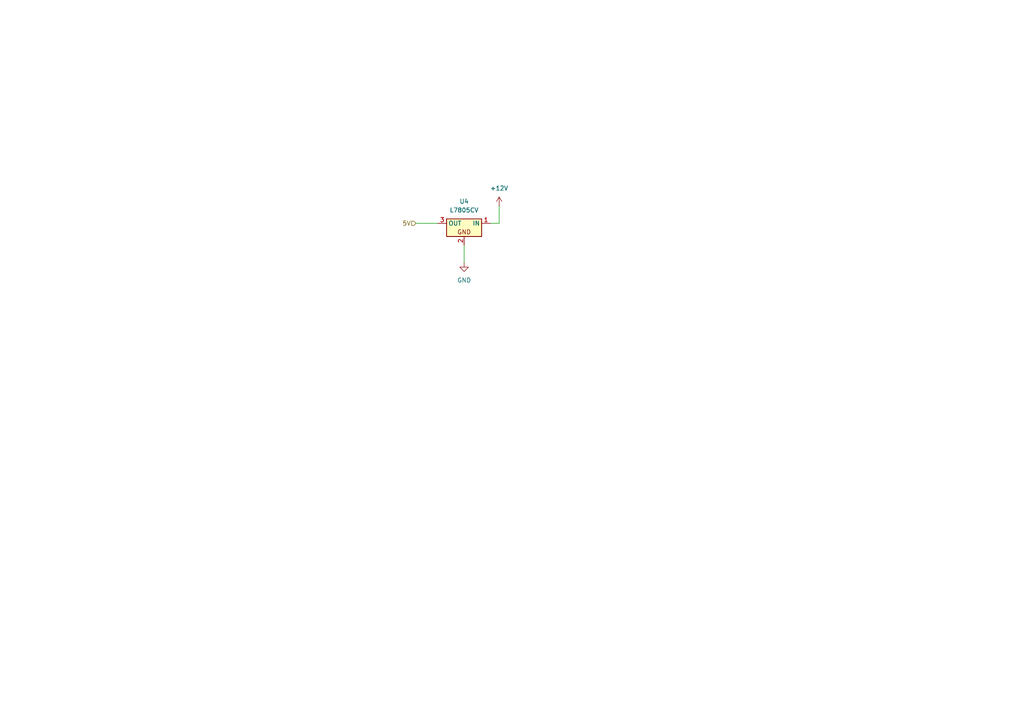
<source format=kicad_sch>
(kicad_sch
	(version 20250114)
	(generator "eeschema")
	(generator_version "9.0")
	(uuid "2b749dec-5d11-418e-b1e9-3c4c08a2c9d4")
	(paper "A4")
	(lib_symbols
		(symbol "PCM_Voltage_Regulator_AKL:L7805CV"
			(exclude_from_sim no)
			(in_bom yes)
			(on_board yes)
			(property "Reference" "U"
				(at 0 6.35 0)
				(effects
					(font
						(size 1.27 1.27)
					)
				)
			)
			(property "Value" "L7805CV"
				(at 0 3.81 0)
				(effects
					(font
						(size 1.27 1.27)
					)
				)
			)
			(property "Footprint" "PCM_Package_TO_SOT_THT_AKL:TO-220-3_Vertical"
				(at 0 0 0)
				(effects
					(font
						(size 1.27 1.27)
					)
					(hide yes)
				)
			)
			(property "Datasheet" "https://www.tme.eu/Document/ca9f9ea733232dbf9060d5224849cc58/L78.pdf"
				(at 0 0 0)
				(effects
					(font
						(size 1.27 1.27)
					)
					(hide yes)
				)
			)
			(property "Description" "TO-220 5V 1.5A 3-terminal voltage regulator, Alternate KiCad Library"
				(at 0 0 0)
				(effects
					(font
						(size 1.27 1.27)
					)
					(hide yes)
				)
			)
			(property "ki_keywords" "7805 5V 1.5A voltage regulator vreg pmic power supply 3-terminal"
				(at 0 0 0)
				(effects
					(font
						(size 1.27 1.27)
					)
					(hide yes)
				)
			)
			(symbol "L7805CV_0_0"
				(rectangle
					(start -5.08 1.27)
					(end 5.08 -3.81)
					(stroke
						(width 0.254)
						(type default)
					)
					(fill
						(type background)
					)
				)
				(text "GND"
					(at 0 -2.54 0)
					(effects
						(font
							(size 1.27 1.27)
						)
					)
				)
			)
			(symbol "L7805CV_1_1"
				(pin power_in line
					(at -7.62 0 0)
					(length 2.54)
					(name "IN"
						(effects
							(font
								(size 1.27 1.27)
							)
						)
					)
					(number "1"
						(effects
							(font
								(size 1.27 1.27)
							)
						)
					)
				)
				(pin power_in line
					(at 0 -6.35 90)
					(length 2.54)
					(name "~"
						(effects
							(font
								(size 1.27 1.27)
							)
						)
					)
					(number "2"
						(effects
							(font
								(size 1.27 1.27)
							)
						)
					)
				)
				(pin power_out line
					(at 7.62 0 180)
					(length 2.54)
					(name "OUT"
						(effects
							(font
								(size 1.27 1.27)
							)
						)
					)
					(number "3"
						(effects
							(font
								(size 1.27 1.27)
							)
						)
					)
				)
			)
			(embedded_fonts no)
		)
		(symbol "power:+12V"
			(power)
			(pin_numbers
				(hide yes)
			)
			(pin_names
				(offset 0)
				(hide yes)
			)
			(exclude_from_sim no)
			(in_bom yes)
			(on_board yes)
			(property "Reference" "#PWR"
				(at 0 -3.81 0)
				(effects
					(font
						(size 1.27 1.27)
					)
					(hide yes)
				)
			)
			(property "Value" "+12V"
				(at 0 3.556 0)
				(effects
					(font
						(size 1.27 1.27)
					)
				)
			)
			(property "Footprint" ""
				(at 0 0 0)
				(effects
					(font
						(size 1.27 1.27)
					)
					(hide yes)
				)
			)
			(property "Datasheet" ""
				(at 0 0 0)
				(effects
					(font
						(size 1.27 1.27)
					)
					(hide yes)
				)
			)
			(property "Description" "Power symbol creates a global label with name \"+12V\""
				(at 0 0 0)
				(effects
					(font
						(size 1.27 1.27)
					)
					(hide yes)
				)
			)
			(property "ki_keywords" "global power"
				(at 0 0 0)
				(effects
					(font
						(size 1.27 1.27)
					)
					(hide yes)
				)
			)
			(symbol "+12V_0_1"
				(polyline
					(pts
						(xy -0.762 1.27) (xy 0 2.54)
					)
					(stroke
						(width 0)
						(type default)
					)
					(fill
						(type none)
					)
				)
				(polyline
					(pts
						(xy 0 2.54) (xy 0.762 1.27)
					)
					(stroke
						(width 0)
						(type default)
					)
					(fill
						(type none)
					)
				)
				(polyline
					(pts
						(xy 0 0) (xy 0 2.54)
					)
					(stroke
						(width 0)
						(type default)
					)
					(fill
						(type none)
					)
				)
			)
			(symbol "+12V_1_1"
				(pin power_in line
					(at 0 0 90)
					(length 0)
					(name "~"
						(effects
							(font
								(size 1.27 1.27)
							)
						)
					)
					(number "1"
						(effects
							(font
								(size 1.27 1.27)
							)
						)
					)
				)
			)
			(embedded_fonts no)
		)
		(symbol "power:GND"
			(power)
			(pin_numbers
				(hide yes)
			)
			(pin_names
				(offset 0)
				(hide yes)
			)
			(exclude_from_sim no)
			(in_bom yes)
			(on_board yes)
			(property "Reference" "#PWR"
				(at 0 -6.35 0)
				(effects
					(font
						(size 1.27 1.27)
					)
					(hide yes)
				)
			)
			(property "Value" "GND"
				(at 0 -3.81 0)
				(effects
					(font
						(size 1.27 1.27)
					)
				)
			)
			(property "Footprint" ""
				(at 0 0 0)
				(effects
					(font
						(size 1.27 1.27)
					)
					(hide yes)
				)
			)
			(property "Datasheet" ""
				(at 0 0 0)
				(effects
					(font
						(size 1.27 1.27)
					)
					(hide yes)
				)
			)
			(property "Description" "Power symbol creates a global label with name \"GND\" , ground"
				(at 0 0 0)
				(effects
					(font
						(size 1.27 1.27)
					)
					(hide yes)
				)
			)
			(property "ki_keywords" "global power"
				(at 0 0 0)
				(effects
					(font
						(size 1.27 1.27)
					)
					(hide yes)
				)
			)
			(symbol "GND_0_1"
				(polyline
					(pts
						(xy 0 0) (xy 0 -1.27) (xy 1.27 -1.27) (xy 0 -2.54) (xy -1.27 -1.27) (xy 0 -1.27)
					)
					(stroke
						(width 0)
						(type default)
					)
					(fill
						(type none)
					)
				)
			)
			(symbol "GND_1_1"
				(pin power_in line
					(at 0 0 270)
					(length 0)
					(name "~"
						(effects
							(font
								(size 1.27 1.27)
							)
						)
					)
					(number "1"
						(effects
							(font
								(size 1.27 1.27)
							)
						)
					)
				)
			)
			(embedded_fonts no)
		)
	)
	(wire
		(pts
			(xy 144.78 64.77) (xy 142.24 64.77)
		)
		(stroke
			(width 0)
			(type default)
		)
		(uuid "5f3bed4a-e21d-46bf-bfc4-da789b4e9398")
	)
	(wire
		(pts
			(xy 120.65 64.77) (xy 127 64.77)
		)
		(stroke
			(width 0)
			(type default)
		)
		(uuid "b93a7af9-898d-4037-af2e-e4ed15e88d47")
	)
	(wire
		(pts
			(xy 134.62 71.12) (xy 134.62 76.2)
		)
		(stroke
			(width 0)
			(type default)
		)
		(uuid "e25df3e9-e79e-4906-ac89-abde870d9bba")
	)
	(wire
		(pts
			(xy 144.78 59.69) (xy 144.78 64.77)
		)
		(stroke
			(width 0)
			(type default)
		)
		(uuid "e2bd6a43-eb49-4174-9b82-958c99ce1659")
	)
	(hierarchical_label "5V"
		(shape input)
		(at 120.65 64.77 180)
		(effects
			(font
				(size 1.27 1.27)
			)
			(justify right)
		)
		(uuid "f9781fe8-72f6-4d7d-b7c7-9913ef4bcf69")
	)
	(symbol
		(lib_id "power:GND")
		(at 134.62 76.2 0)
		(mirror y)
		(unit 1)
		(exclude_from_sim no)
		(in_bom yes)
		(on_board yes)
		(dnp no)
		(fields_autoplaced yes)
		(uuid "0b11a3b0-2e5f-43cb-b9a8-6bc7999b4e7f")
		(property "Reference" "#PWR015"
			(at 134.62 82.55 0)
			(effects
				(font
					(size 1.27 1.27)
				)
				(hide yes)
			)
		)
		(property "Value" "GND"
			(at 134.62 81.28 0)
			(effects
				(font
					(size 1.27 1.27)
				)
			)
		)
		(property "Footprint" ""
			(at 134.62 76.2 0)
			(effects
				(font
					(size 1.27 1.27)
				)
				(hide yes)
			)
		)
		(property "Datasheet" ""
			(at 134.62 76.2 0)
			(effects
				(font
					(size 1.27 1.27)
				)
				(hide yes)
			)
		)
		(property "Description" "Power symbol creates a global label with name \"GND\" , ground"
			(at 134.62 76.2 0)
			(effects
				(font
					(size 1.27 1.27)
				)
				(hide yes)
			)
		)
		(pin "1"
			(uuid "b60375b5-1671-4eb7-8d79-f56783459876")
		)
		(instances
			(project "Submarino"
				(path "/02e45749-4030-483e-a965-510a49dc6379/9bd63853-ef46-4eea-b157-bc487cd7a735/68f6bd8d-b693-4eb9-a46b-a5ba026b7997"
					(reference "#PWR015")
					(unit 1)
				)
			)
		)
	)
	(symbol
		(lib_id "power:+12V")
		(at 144.78 59.69 0)
		(unit 1)
		(exclude_from_sim no)
		(in_bom yes)
		(on_board yes)
		(dnp no)
		(fields_autoplaced yes)
		(uuid "45cbd5aa-c22f-4c1f-9c96-e1c48a35f86b")
		(property "Reference" "#PWR016"
			(at 144.78 63.5 0)
			(effects
				(font
					(size 1.27 1.27)
				)
				(hide yes)
			)
		)
		(property "Value" "+12V"
			(at 144.78 54.61 0)
			(effects
				(font
					(size 1.27 1.27)
				)
			)
		)
		(property "Footprint" ""
			(at 144.78 59.69 0)
			(effects
				(font
					(size 1.27 1.27)
				)
				(hide yes)
			)
		)
		(property "Datasheet" ""
			(at 144.78 59.69 0)
			(effects
				(font
					(size 1.27 1.27)
				)
				(hide yes)
			)
		)
		(property "Description" "Power symbol creates a global label with name \"+12V\""
			(at 144.78 59.69 0)
			(effects
				(font
					(size 1.27 1.27)
				)
				(hide yes)
			)
		)
		(pin "1"
			(uuid "a39dc9e8-f803-46fa-b8f8-b154a3e0d23c")
		)
		(instances
			(project "Submarino"
				(path "/02e45749-4030-483e-a965-510a49dc6379/9bd63853-ef46-4eea-b157-bc487cd7a735/68f6bd8d-b693-4eb9-a46b-a5ba026b7997"
					(reference "#PWR016")
					(unit 1)
				)
			)
		)
	)
	(symbol
		(lib_id "PCM_Voltage_Regulator_AKL:L7805CV")
		(at 134.62 64.77 0)
		(mirror y)
		(unit 1)
		(exclude_from_sim no)
		(in_bom yes)
		(on_board yes)
		(dnp no)
		(uuid "d5d0abb6-4bde-4c2b-afa3-ab8886225412")
		(property "Reference" "U4"
			(at 134.62 58.42 0)
			(effects
				(font
					(size 1.27 1.27)
				)
			)
		)
		(property "Value" "L7805CV"
			(at 134.62 60.96 0)
			(effects
				(font
					(size 1.27 1.27)
				)
			)
		)
		(property "Footprint" "PCM_Package_TO_SOT_THT_AKL:TO-220-3_Vertical"
			(at 134.62 64.77 0)
			(effects
				(font
					(size 1.27 1.27)
				)
				(hide yes)
			)
		)
		(property "Datasheet" "https://www.tme.eu/Document/ca9f9ea733232dbf9060d5224849cc58/L78.pdf"
			(at 134.62 64.77 0)
			(effects
				(font
					(size 1.27 1.27)
				)
				(hide yes)
			)
		)
		(property "Description" "TO-220 5V 1.5A 3-terminal voltage regulator, Alternate KiCad Library"
			(at 134.62 64.77 0)
			(effects
				(font
					(size 1.27 1.27)
				)
				(hide yes)
			)
		)
		(pin "3"
			(uuid "90ca5390-0e7d-466b-b9e8-ea50ee2a9d57")
		)
		(pin "1"
			(uuid "d45ffa03-9098-4394-b2c6-b1db47b12c57")
		)
		(pin "2"
			(uuid "30d247fe-323a-46a0-beb1-315588430767")
		)
		(instances
			(project "Submarino"
				(path "/02e45749-4030-483e-a965-510a49dc6379/9bd63853-ef46-4eea-b157-bc487cd7a735/68f6bd8d-b693-4eb9-a46b-a5ba026b7997"
					(reference "U4")
					(unit 1)
				)
			)
		)
	)
)

</source>
